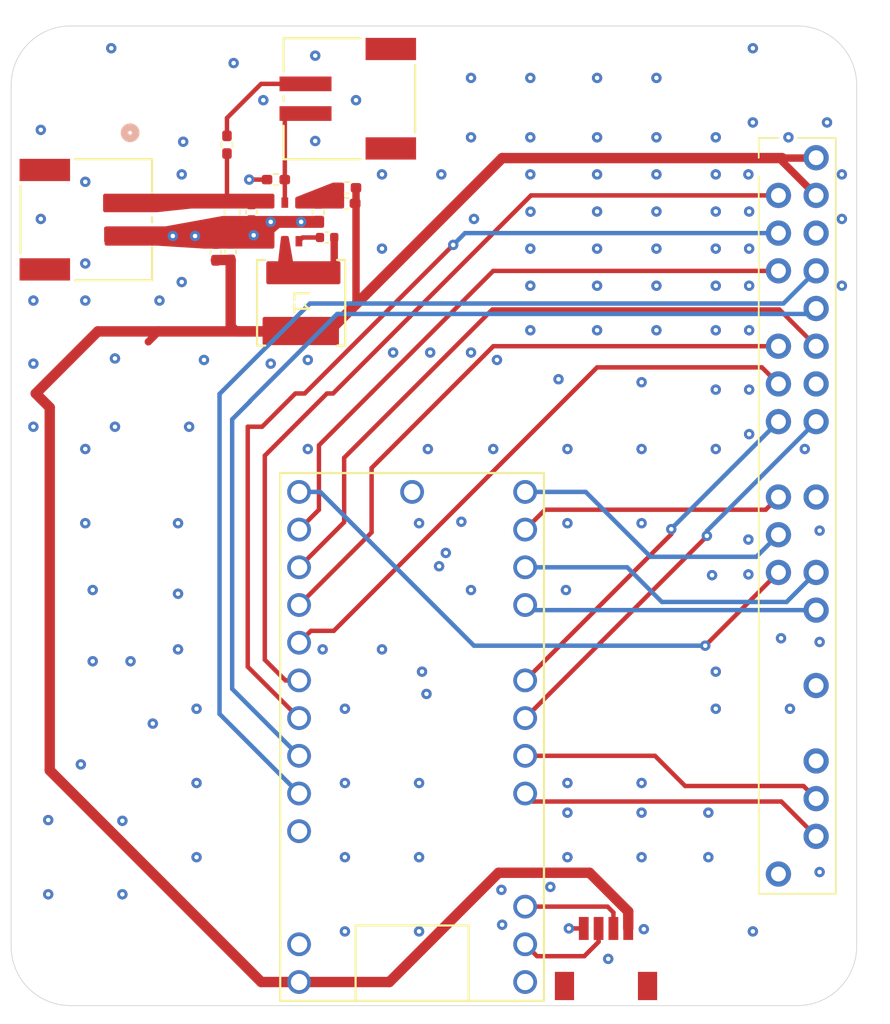
<source format=kicad_pcb>
(kicad_pcb (version 20240108) (generator "pcbnew") (generator_version "8.0")
  (layers (0 "F.Cu" signal) (1 "In1.Cu" power) (2 "In2.Cu" power) (31 "B.Cu" signal) (34 "B.Paste" user) (35 "F.Paste" user) (36 "B.SilkS" user "B.Silkscreen") (37 "F.SilkS" user "F.Silkscreen") (38 "B.Mask" user) (39 "F.Mask" user) (44 "Edge.Cuts" user))
  (net 0 "")
  (net 1 "/BUSY")
  (net 2 "/RAD_PWR")
  (net 3 "/MOD_6_MULT")
  (net 4 "/GPS_STBY")
  (net 5 "/MOD_8_MULT")
  (net 6 "VBUS")
  (net 7 "GND")
  (net 8 "/DC-DC-Out")
  (net 9 "Net-(U2-BST)")
  (net 10 "+5V")
  (net 11 "/MOSI")
  (net 12 "/CS1")
  (net 13 "/CS0")
  (net 14 "/MISO")
  (net 15 "/SCK")
  (net 16 "/RX")
  (net 17 "/DIO1")
  (net 18 "/SDA")
  (net 19 "/MOD_RST")
  (net 20 "/SCL")
  (net 22 "/TX")
  (net 23 "/LO_RST")
  (net 24 "/RX_ALT")
  (net 25 "/TX_ALT")
  (net 30 "/Enable")
  (net 31 "Net-(On/Off/switch1-Pad2)")
  (net 32 "/FB")
  (footprint "Resistor_SMD:R_0402_1005Metric_Pad0.72x0.64mm_HandSolder" (layer "F.Cu") (at 70.55 54 -90)
    (property "Reference" "R2" (hide yes))
    (property "Value" "100k" (hide yes))
  )
  (footprint "TF:MountingHole_3mm_rec" (layer "F.Cu") (at 60 50)
    (property "Reference" "H1" (hide yes))
    (property "Value" "MountingHole" (hide yes))
  )
  (footprint "TF:MountingHole_4mm_t4" (layer "F.Cu") (at 66 50)
    (property "Reference" "H5" (hide yes))
    (property "Value" "MountingHole" (hide yes))
  )
  (footprint "TF:MountingHole_3mm_rec" (layer "F.Cu") (at 109 108)
    (property "Reference" "H4" (hide yes))
    (property "Value" "MountingHole" (hide yes))
  )
  (footprint "Capacitor_SMD:C_0603_1608Metric" (layer "F.Cu") (at 70.9 58.55 -90)
    (property "Reference" "C1" (hide yes))
    (property "Value" "10u" (hide yes))
  )
  (footprint "Capacitor_SMD:C_0402_1005Metric_Pad0.74x0.62mm_HandSolder" (layer "F.Cu") (at 69.8 61.2175 90)
    (property "Reference" "C5" (hide yes))
    (property "Value" "22u" (hide yes))
  )
  (footprint "footprints:SOIC_05WU-7_DIO-L_mod" (layer "F.Cu") (at 74.450001 59.2 -90)
    (property "Reference" "U2" (hide yes))
    (property "Value" "AP63300WU-7_mod" (hide yes))
  )
  (footprint "TF:MountingHole_4mm_t4" (layer "F.Cu") (at 66 108)
    (property "Reference" "H7" (hide yes))
    (property "Value" "MountingHole" (hide yes))
  )
  (footprint "Capacitor_SMD:C_0402_1005Metric" (layer "F.Cu") (at 77.3 60.25)
    (property "Reference" "C3" (hide yes))
    (property "Value" "100n" (hide yes))
  )
  (footprint "JST PH 2pin:CONN_S2B-PH-SM4-TB_JST_no_circle" (layer "F.Cu") (at 78.8 50.9 90)
    (property "Reference" "On/Off/switch1" (hide yes))
    (property "Value" "S2B-PH-SM4-TB" (hide yes))
  )
  (footprint "Resistor_SMD:R_0402_1005Metric" (layer "F.Cu") (at 76.7 58.55 -90)
    (property "Reference" "R4" (hide yes))
    (property "Value" "31.1k" (hide yes))
  )
  (footprint "Bourns_induct:IND_SRP5050FA-5R6M_BRN_mod" (layer "F.Cu") (at 75.55 64.65 -90)
    (property "Reference" "L1")
    (property "Value" "6.8uH")
  )
  (footprint "Resistor_SMD:R_0402_1005Metric_Pad0.72x0.64mm_HandSolder" (layer "F.Cu") (at 78.65 56.9)
    (property "Reference" "R3" (hide yes))
    (property "Value" "162k" (hide yes))
  )
  (footprint "TF:MountingHole_3mm_rec" (layer "F.Cu") (at 109 50)
    (property "Reference" "H2" (hide yes))
    (property "Value" "MountingHole" (hide yes))
  )
  (footprint "JST SH 4pin:CONN_SM04B-SRSS-TB_JST" (layer "F.Cu") (at 96.1 108.9 180)
    (property "Reference" "J2" (hide yes))
    (property "Value" "SM04B-SRSS-TB" (hide yes))
  )
  (footprint "TF:MountingHole_3mm_rec" (layer "F.Cu") (at 60 108)
    (property "Reference" "H3" (hide yes))
    (property "Value" "MountingHole" (hide yes))
  )
  (footprint "Capacitor_SMD:C_0402_1005Metric_Pad0.74x0.62mm_HandSolder" (layer "F.Cu") (at 70.8 61.2 90)
    (property "Reference" "C4" (hide yes))
    (property "Value" "22u" (hide yes))
  )
  (footprint "Capacitor_SMD:C_0402_1005Metric" (layer "F.Cu") (at 72.2 58.55 -90)
    (property "Reference" "C2" (hide yes))
    (property "Value" "100n" (hide yes))
  )
  (footprint "TF:MountingHole_4mm_t4" (layer "F.Cu") (at 103 108)
    (property "Reference" "H8" (hide yes))
    (property "Value" "MountingHole" (hide yes))
  )
  (footprint "Capacitor_SMD:C_0402_1005Metric_Pad0.74x0.62mm_HandSolder" (layer "F.Cu") (at 78.6175 57.95)
    (property "Reference" "C6" (hide yes))
    (property "Value" "47p" (hide yes))
  )
  (footprint "Resistor_SMD:R_0402_1005Metric_Pad0.72x0.64mm_HandSolder" (layer "F.Cu") (at 73.8475 56.35 180)
    (property "Reference" "R1" (hide yes))
    (property "Value" "100k" (hide yes))
  )
  (footprint "teensy:Teensy40_receiver" (layer "F.Cu") (at 83.03 93.9 90)
    (property "Reference" "U1" (hide yes))
    (property "Value" "Teensy4.0" (hide yes))
  )
  (footprint "JST PH 2pin:CONN_S2B-PH-SM4-TB_JST" (layer "F.Cu") (at 61.065701 59.05 -90)
    (property "Reference" "J3" (hide yes))
    (property "Value" "S2B-PH-SM4-TB" (hide yes))
  )
  (footprint "TF:MountingHole_4mm_t4" (layer "F.Cu") (at 103 50)
    (property "Reference" "H6" (hide yes))
    (property "Value" "MountingHole" (hide yes))
  )
  (footprint "TF:PinHeader_2x20_P2.54mm_Vertical_receiver" (layer "F.Cu") (at 107.725 54.875)
    (property "Reference" "J1" (hide yes))
    (property "Value" "Raspberry_Pi_4" (hide yes))
  )
  (gr_line (start 60 46) (end 109 46) (stroke (width 0.05)) (layer "Edge.Cuts"))
  (gr_arc (start 109 46) (mid 111.828427 47.171573) (end 113 50) (stroke (width 0.05)) (layer "Edge.Cuts"))
  (gr_line (start 56 108) (end 56 50) (stroke (width 0.05)) (layer "Edge.Cuts"))
  (gr_arc (start 60 112) (mid 57.171573 110.828427) (end 56 108) (stroke (width 0.05)) (layer "Edge.Cuts"))
  (gr_arc (start 113 108) (mid 111.828427 110.828427) (end 109 112) (stroke (width 0.05)) (layer "Edge.Cuts"))
  (gr_line (start 109 112) (end 60 112) (stroke (width 0.05)) (layer "Edge.Cuts"))
  (gr_line (start 113 50) (end 113 108) (stroke (width 0.05)) (layer "Edge.Cuts"))
  (gr_arc (start 56 50) (mid 57.171573 47.171573) (end 60 46) (stroke (width 0.05)) (layer "Edge.Cuts"))
  (segment (start 107.72 62.5) (end 107.725 62.495) (width 0.3) (layer "F.Cu") (net 1))
  (segment (start 88.5 62.5) (end 107.72 62.5) (width 0.3) (layer "F.Cu") (net 1))
  (segment (start 75.41 79.93) (end 76.75 78.59) (width 0.3) (layer "F.Cu") (net 1))
  (segment (start 76.75 74.25) (end 80.3 70.7) (width 0.3) (layer "F.Cu") (net 1))
  (segment (start 80.24 70.76) (end 88.5 62.5) (width 0.3) (layer "F.Cu") (net 1))
  (segment (start 76.75 78.59) (end 76.75 74.25) (width 0.3) (layer "F.Cu") (net 1))
  (segment (start 88.44 65.1) (end 107.79 65.1) (width 0.3) (layer "F.Cu") (net 2))
  (segment (start 78.45 75.09) (end 88.44 65.1) (width 0.3) (layer "F.Cu") (net 2))
  (segment (start 78.45 79.43) (end 78.45 75.09) (width 0.3) (layer "F.Cu") (net 2))
  (segment (start 107.79 65.1) (end 110.265 67.575) (width 0.3) (layer "F.Cu") (net 2))
  (segment (start 75.41 82.47) (end 78.45 79.43) (width 0.3) (layer "F.Cu") (net 2))
  (segment (start 110.26 100.6) (end 110.265 100.595) (width 0.3) (layer "F.Cu") (net 3))
  (segment (start 107.92 98.25) (end 91.19 98.25) (width 0.3) (layer "F.Cu") (net 3))
  (segment (start 91.19 98.25) (end 90.65 97.71) (width 0.3) (layer "F.Cu") (net 3))
  (segment (start 110.265 100.595) (end 107.92 98.25) (width 0.3) (layer "F.Cu") (net 3))
  (segment (start 107.725 70.115) (end 106.61 69) (width 0.3) (layer "F.Cu") (net 4))
  (segment (start 76.209999 86.750001) (end 75.41 87.55) (width 0.3) (layer "F.Cu") (net 4))
  (segment (start 95.5 69) (end 77.749999 86.750001) (width 0.3) (layer "F.Cu") (net 4))
  (segment (start 106.61 69) (end 95.5 69) (width 0.3) (layer "F.Cu") (net 4))
  (segment (start 77.749999 86.750001) (end 76.209999 86.750001) (width 0.3) (layer "F.Cu") (net 4))
  (segment (start 90.65 95.17) (end 99.40137 95.17) (width 0.3) (layer "F.Cu") (net 5))
  (segment (start 110.22 98.1) (end 110.265 98.055) (width 0.3) (layer "F.Cu") (net 5))
  (segment (start 101.43637 97.205) (end 109.415 97.205) (width 0.3) (layer "F.Cu") (net 5))
  (segment (start 109.415 97.205) (end 110.265 98.055) (width 0.3) (layer "F.Cu") (net 5))
  (segment (start 99.40137 95.17) (end 101.43637 97.205) (width 0.3) (layer "F.Cu") (net 5))
  (segment (start 70.55 58.07) (end 70.55 54.5975) (width 0.3) (layer "F.Cu") (net 6))
  (segment (start 73.1025 56.35) (end 72.05 56.35) (width 0.3) (layer "F.Cu") (net 7))
  (segment (start 93.6 106.8) (end 94.5985 106.8) (width 0.3) (layer "F.Cu") (net 7))
  (segment (start 94.5985 106.8) (end 94.6 106.8015) (width 0.3) (layer "F.Cu") (net 7))
  (via (at 58 53) (size 0.7) (drill 0.3) (layers "F.Cu" "B.Cu") (net 7))
  (via (at 103.5 92) (size 0.7) (drill 0.3) (layers "F.Cu" "B.Cu") (net 7))
  (via (at 88.75 68.5) (size 0.7) (drill 0.3) (layers "F.Cu" "B.Cu") (net 7))
  (via (at 91 66.5) (size 0.7) (drill 0.3) (layers "F.Cu" "B.Cu") (net 7))
  (via (at 61 56.5) (size 0.7) (drill 0.3) (layers "F.Cu" "B.Cu") (net 7))
  (via (at 105.7 82.95) (size 0.7) (drill 0.3) (layers "F.Cu" "B.Cu") (net 7))
  (via (at 98.65 106.85) (size 0.7) (drill 0.3) (layers "F.Cu" "B.Cu") (net 7))
  (via (at 99.5 63.5) (size 0.7) (drill 0.3) (layers "F.Cu" "B.Cu") (net 7))
  (via (at 57.5 68.75) (size 0.7) (drill 0.3) (layers "F.Cu" "B.Cu") (net 7))
  (via (at 83.5 79.5) (size 0.7) (drill 0.3) (layers "F.Cu" "B.Cu") (net 7))
  (via (at 57.5 73) (size 0.7) (drill 0.3) (layers "F.Cu" "B.Cu") (net 7))
  (via (at 60.7 95.75) (size 0.7) (drill 0.3) (layers "F.Cu" "B.Cu") (net 7))
  (via (at 105.7 80.6) (size 0.7) (drill 0.3) (layers "F.Cu" "B.Cu") (net 7))
  (via (at 92.9 69.8) (size 0.7) (drill 0.3) (layers "F.Cu" "B.Cu") (net 7))
  (via (at 67.6 53.8) (size 0.7) (drill 0.3) (layers "F.Cu" "B.Cu") (net 7))
  (via (at 71 48.5) (size 0.7) (drill 0.3) (layers "F.Cu" "B.Cu") (net 7))
  (via (at 112 56) (size 0.7) (drill 0.3) (layers "F.Cu" "B.Cu") (net 7))
  (via (at 61 79.5) (size 0.7) (drill 0.3) (layers "F.Cu" "B.Cu") (net 7))
  (via (at 69 68.5) (size 0.7) (drill 0.3) (layers "F.Cu" "B.Cu") (net 7))
  (via (at 99.5 53.5) (size 0.7) (drill 0.3) (layers "F.Cu" "B.Cu") (net 7))
  (via (at 103.5 58.5) (size 0.7) (drill 0.3) (layers "F.Cu" "B.Cu") (net 7))
  (via (at 61.5 88.8) (size 0.7) (drill 0.3) (layers "F.Cu" "B.Cu") (net 7))
  (via (at 63 68.4) (size 0.7) (drill 0.3) (layers "F.Cu" "B.Cu") (net 7))
  (via (at 61 62) (size 0.7) (drill 0.3) (layers "F.Cu" "B.Cu") (net 7))
  (via (at 76.5 48) (size 0.7) (drill 0.3) (layers "F.Cu" "B.Cu") (net 7))
  (via (at 105.75 63.5) (size 0.7) (drill 0.3) (layers "F.Cu" "B.Cu") (net 7))
  (via (at 93.4 84) (size 0.7) (drill 0.3) (layers "F.Cu" "B.Cu") (net 7))
  (via (at 63.5 99.55) (size 0.7) (drill 0.3) (layers "F.Cu" "B.Cu") (net 7))
  (via (at 67.25 84.25) (size 0.7) (drill 0.3) (layers "F.Cu" "B.Cu") (net 7))
  (via (at 105.7 56) (size 0.7) (drill 0.3) (layers "F.Cu" "B.Cu") (net 7))
  (via (at 109.5 74.5) (size 0.7) (drill 0.3) (layers "F.Cu" "B.Cu") (net 7))
  (via (at 83.5 97) (size 0.7) (drill 0.3) (layers "F.Cu" "B.Cu") (net 7))
  (via (at 87 84) (size 0.7) (drill 0.3) (layers "F.Cu" "B.Cu") (net 7))
  (via (at 95.5 58.5) (size 0.7) (drill 0.3) (layers "F.Cu" "B.Cu") (net 7))
  (via (at 67.25 88) (size 0.7) (drill 0.3) (layers "F.Cu" "B.Cu") (net 7))
  (via (at 73.5 59.2) (size 0.7) (drill 0.3) (layers "F.Cu" "B.Cu") (net 7))
  (via (at 95.5 49.5) (size 0.7) (drill 0.3) (layers "F.Cu" "B.Cu") (net 7))
  (via (at 103.5 70.5) (size 0.7) (drill 0.3) (layers "F.Cu" "B.Cu") (net 7))
  (via (at 103.5 61) (size 0.7) (drill 0.3) (layers "F.Cu" "B.Cu") (net 7))
  (via (at 98.5 99) (size 0.7) (drill 0.3) (layers "F.Cu" "B.Cu") (net 7))
  (via (at 103.5 53.5) (size 0.7) (drill 0.3) (layers "F.Cu" "B.Cu") (net 7))
  (via (at 85 56) (size 0.7) (drill 0.3) (layers "F.Cu" "B.Cu") (net 7))
  (via (at 91 61) (size 0.7) (drill 0.3) (layers "F.Cu" "B.Cu") (net 7))
  (via (at 84.25 68) (size 0.7) (drill 0.3) (layers "F.Cu" "B.Cu") (net 7))
  (via (at 105.75 70.5) (size 0.7) (drill 0.3) (layers "F.Cu" "B.Cu") (net 7))
  (via (at 68.4 60.15) (size 0.7) (drill 0.3) (layers "F.Cu" "B.Cu") (net 7))
  (via (at 83.7 89.5) (size 0.7) (drill 0.3) (layers "F.Cu" "B.Cu") (net 7))
  (via (at 84.85 82.4) (size 0.7) (drill 0.3) (layers "F.Cu" "B.Cu") (net 7))
  (via (at 58.5 99.5) (size 0.7) (drill 0.3) (layers "F.Cu" "B.Cu") (net 7))
  (via (at 112 63.5) (size 0.7) (drill 0.3) (layers "F.Cu" "B.Cu") (net 7))
  (via (at 103 99) (size 0.7) (drill 0.3) (layers "F.Cu" "B.Cu") (net 7))
  (via (at 91 56) (size 0.7) (drill 0.3) (layers "F.Cu" "B.Cu") (net 7))
  (via (at 66 64.5) (size 0.7) (drill 0.3) (layers "F.Cu" "B.Cu") (net 7))
  (via (at 99.5 49.5) (size 0.7) (drill 0.3) (layers "F.Cu" "B.Cu") (net 7))
  (via (at 91 49.5) (size 0.7) (drill 0.3) (layers "F.Cu" "B.Cu") (net 7))
  (via (at 93.6 106.8) (size 0.7) (drill 0.3) (layers "F.Cu" "B.Cu") (net 7))
  (via (at 103.25 83) (size 0.7) (drill 0.3) (layers "F.Cu" "B.Cu") (net 7))
  (via (at 103.5 56) (size 0.7) (drill 0.3) (layers "F.Cu" "B.Cu") (net 7))
  (via (at 67.25 79.5) (size 0.7) (drill 0.3) (layers "F.Cu" "B.Cu") (net 7))
  (via (at 72.05 56.35) (size 0.7) (drill 0.3) (layers "F.Cu" "B.Cu") (net 7))
  (via (at 108.5 92) (size 0.7) (drill 0.3) (layers "F.Cu" "B.Cu") (net 7))
  (via (at 64.05 88.8) (size 0.7) (drill 0.3) (layers "F.Cu" "B.Cu") (net 7))
  (via (at 83.5 107) (size 0.7) (drill 0.3) (layers "F.Cu" "B.Cu") (net 7))
  (via (at 91.010331 58.510331) (size 0.7) (drill 0.3) (layers "F.Cu" "B.Cu") (net 7))
  (via (at 103.5 66.5) (size 0.7) (drill 0.3) (layers "F.Cu" "B.Cu") (net 7))
  (via (at 95.5 61) (size 0.7) (drill 0.3) (layers "F.Cu" "B.Cu") (net 7))
  (via (at 110.5 80) (size 0.7) (drill 0.3) (layers "F.Cu" "B.Cu") (net 7))
  (via (at 93.5 102) (size 0.7) (drill 0.3) (layers "F.Cu" "B.Cu") (net 7))
  (via (at 99.5 61) (size 0.7) (drill 0.3) (layers "F.Cu" "B.Cu") (net 7))
  (via (at 67.5 63.25) (size 0.7) (drill 0.3) (layers "F.Cu" "B.Cu") (net 7))
  (via (at 87.2 59) (size 0.7) (drill 0.3) (layers "F.Cu" "B.Cu") (net 7))
  (via (at 62.75 47.5) (size 0.7) (drill 0.3) (layers "F.Cu" "B.Cu") (net 7))
  (via (at 95.5 66.5) (size 0.7) (drill 0.3) (layers "F.Cu" "B.Cu") (net 7))
  (via (at 107.9 87.25) (size 0.7) (drill 0.3) (layers "F.Cu" "B.Cu") (net 7))
  (via (at 84.091563 74.502696) (size 0.7) (drill 0.3) (layers "F.Cu" "B.Cu") (net 7))
  (via (at 73 51) (size 0.7) (drill 0.3) (layers "F.Cu" "B.Cu") (net 7))
  (via (at 84 91) (size 0.7) (drill 0.3) (layers "F.Cu" "B.Cu") (net 7))
  (via (at 61 64.5) (size 0.7) (drill 0.3) (layers "F.Cu" "B.Cu") (net 7))
  (via (at 93.5 99) (size 0.7) (drill 0.3) (layers "F.Cu" "B.Cu") (net 7))
  (via (at 105.75 58.5) (size 0.7) (drill 0.3) (layers "F.Cu" "B.Cu") (net 7))
  (via (at 61.5 84) (size 0.7) (drill 0.3) (layers "F.Cu" "B.Cu") (net 7))
  (via (at 81.75 68) (size 0.7) (drill 0.3) (layers "F.Cu" "B.Cu") (net 7))
  (via (at 105.75 66.5) (size 0.7) (drill 0.3) (layers "F.Cu" "B.Cu") (net 7))
  (via (at 86.35 79.4) (size 0.7) (drill 0.3) (layers "F.Cu" "B.Cu") (net 7))
  (via (at 87 68) (size 0.7) (drill 0.3) (layers "F.Cu" "B.Cu") (net 7))
  (via (at 57.5 64.5) (size 0.7) (drill 0.3) (layers "F.Cu" "B.Cu") (net 7))
  (via (at 87 49.5) (size 0.7) (drill 0.3) (layers "F.Cu" "B.Cu") (net 7))
  (via (at 68.5 92) (size 0.7) (drill 0.3) (layers "F.Cu" "B.Cu") (net 7))
  (via (at 103 102) (size 0.7) (drill 0.3) (layers "F.Cu" "B.Cu") (net 7))
  (via (at 98.5 74.5) (size 0.7) (drill 0.3) (layers "F.Cu" "B.Cu") (net 7))
  (via (at 88.5 74.5) (size 0.7) (drill 0.3) (layers "F.Cu" "B.Cu") (net 7))
  (via (at 99.5 66.5) (size 0.7) (drill 0.3) (layers "F.Cu" "B.Cu") (net 7))
  (via (at 98.5 79.5) (size 0.7) (drill 0.3) (layers "F.Cu" "B.Cu") (net 7))
  (via (at 95.5 53.5) (size 0.7) (drill 0.3) (layers "F.Cu" "B.Cu") (net 7))
  (via (at 75.55 59.2) (size 0.7) (drill 0.3) (layers "F.Cu" "B.Cu") (net 7))
  (via (at 63.5 104.5) (size 0.7) (drill 0.3) (layers "F.Cu" "B.Cu") (net 7))
  (via (at 93.5 97) (size 0.7) (drill 0.3) (layers "F.Cu" "B.Cu") (net 7))
  (via (at 61 74.5) (size 0.7) (drill 0.3) (layers "F.Cu" "B.Cu") (net 7))
  (via (at 91 53.5) (size 0.7) (drill 0.3) (layers "F.Cu" "B.Cu") (net 7))
  (via (at 68.5 97) (size 0.7) (drill 0.3) (layers "F.Cu" "B.Cu") (net 7))
  (via (at 105.75 61) (size 0.7) (drill 0.3) (layers "F.Cu" "B.Cu") (net 7))
  (via (at 85.3 81.5) (size 0.7) (drill 0.3) (layers "F.Cu" "B.Cu") (net 7))
  (via (at 58 59) (size 0.7) (drill 0.3) (layers "F.Cu" "B.Cu") (net 7))
  (via (at 95.5 56) (size 0.7) (drill 0.3) (layers "F.Cu" "B.Cu") (net 7))
  (via (at 111 52.5) (size 0.7) (drill 0.3) (layers "F.Cu" "B.Cu") (net 7))
  (via (at 106 47.5) (size 0.7) (drill 0.3) (layers "F.Cu" "B.Cu") (net 7))
  (via (at 66.9 60.15) (size 0.7) (drill 0.3) (layers "F.Cu" "B.Cu") (net 7))
  (via (at 93.5 74.5) (size 0.7) (drill 0.3) (layers "F.Cu" "B.Cu") (net 7))
  (via (at 65.55 93) (size 0.7) (drill 0.3) (layers "F.Cu" "B.Cu") (net 7))
  (via (at 98.5 70) (size 0.7) (drill 0.3) (layers "F.Cu" "B.Cu") (net 7))
  (via (at 76 68.5) (size 0.7) (drill 0.3) (layers "F.Cu" "B.Cu") (net 7))
  (via (at 106 107) (size 0.7) (drill 0.3) (layers "F.Cu" "B.Cu") (net 7))
  (via (at 81 88) (size 0.7) (drill 0.3) (layers "F.Cu" "B.Cu") (net 7))
  (via (at 81 61) (size 0.7) (drill 0.3) (layers "F.Cu" "B.Cu") (net 7))
  (via (at 110.5 103) (size 0.7) (drill 0.3) (layers "F.Cu" "B.Cu") (net 7))
  (via (at 68.5 102) (size 0.7) (drill 0.3) (layers "F.Cu" "B.Cu") (net 7))
  (via (at 103.5 89.5) (size 0.7) (drill 0.3) (layers "F.Cu" "B.Cu") (net 7))
  (via (at 78.5 92) (size 0.7) (drill 0.3) (layers "F.Cu" "B.Cu") (net 7))
  (via (at 112 59) (size 0.7) (drill 0.3) (layers "F.Cu" "B.Cu") (net 7))
  (via (at 76.5 53.75) (size 0.7) (drill 0.3) (layers "F.Cu" "B.Cu") (net 7))
  (via (at 63 73) (size 0.7) (drill 0.3) (layers "F.Cu" "B.Cu") (net 7))
  (via (at 105.75 73.5) (size 0.7) (drill 0.3) (layers "F.Cu" "B.Cu") (net 7))
  (via (at 58.5 104.5) (size 0.7) (drill 0.3) (layers "F.Cu" "B.Cu") (net 7))
  (via (at 78.5 97) (size 0.7) (drill 0.3) (layers "F.Cu" "B.Cu") (net 7))
  (via (at 89.05 104.2) (size 0.7) (drill 0.3) (layers "F.Cu" "B.Cu") (net 7))
  (via (at 99.5 58.5) (size 0.7) (drill 0.3) (layers "F.Cu" "B.Cu") (net 7))
  (via (at 91 63.5) (size 0.7) (drill 0.3) (layers "F.Cu" "B.Cu") (net 7))
  (via (at 99.5 56) (size 0.7) (drill 0.3) (layers "F.Cu" "B.Cu") (net 7))
  (via (at 106 52.5) (size 0.7) (drill 0.3) (layers "F.Cu" "B.Cu") (net 7))
  (via (at 72.35 60.1) (size 0.7) (drill 0.3) (layers "F.Cu" "B.Cu") (net 7))
  (via (at 98.5 97) (size 0.7) (drill 0.3) (layers "F.Cu" "B.Cu") (net 7))
  (via (at 67.5 56) (size 0.7) (drill 0.3) (layers "F.Cu" "B.Cu") (net 7))
  (via (at 78.5 102) (size 0.7) (drill 0.3) (layers "F.Cu" "B.Cu") (net 7))
  (via (at 98.5 102) (size 0.7) (drill 0.3) (layers "F.Cu" "B.Cu") (net 7))
  (via (at 79.25 51) (size 0.7) (drill 0.3) (layers "F.Cu" "B.Cu") (net 7))
  (via (at 103.5 63.5) (size 0.7) (drill 0.3) (layers "F.Cu" "B.Cu") (net 7))
  (via (at 95.5 63.5) (size 0.7) (drill 0.3) (layers "F.Cu" "B.Cu") (net 7))
  (via (at 68 73) (size 0.7) (drill 0.3) (layers "F.Cu" "B.Cu") (net 7))
  (via (at 103.5 74.5) (size 0.7) (drill 0.3) (layers "F.Cu" "B.Cu") (net 7))
  (via (at 92.35 104) (size 0.7) (drill 0.3) (layers "F.Cu" "B.Cu") (net 7))
  (via (at 83.5 102) (size 0.7) (drill 0.3) (layers "F.Cu" "B.Cu") (net 7))
  (via (at 81 56) (size 0.7) (drill 0.3) (layers "F.Cu" "B.Cu") (net 7))
  (via (at 96.25 108.85) (size 0.7) (drill 0.3) (layers "F.Cu" "B.Cu") (net 7))
  (via (at 76 74.5) (size 0.7) (drill 0.3) (layers "F.Cu" "B.Cu") (net 7))
  (via (at 77 88) (size 0.7) (drill 0.3) (layers "F.Cu" "B.Cu") (net 7))
  (via (at 87 53.5) (size 0.7) (drill 0.3) (layers "F.Cu" "B.Cu") (net 7))
  (via (at 78.5 107) (size 0.7) (drill 0.3) (layers "F.Cu" "B.Cu") (net 7))
  (via (at 73.5 68.75) (size 0.7) (drill 0.3) (layers "F.Cu" "B.Cu") (net 7))
  (via (at 108.4 53.5) (size 0.7) (drill 0.3) (layers "F.Cu" "B.Cu") (net 7))
  (via (at 93.5 79.5) (size 0.7) (drill 0.3) (layers "F.Cu" "B.Cu") (net 7))
  (via (at 89.1 106.55) (size 0.7) (drill 0.3) (layers "F.Cu" "B.Cu") (net 7))
  (via (at 110.5 87.5) (size 0.7) (drill 0.3) (layers "F.Cu" "B.Cu") (net 7))
  (segment (start 77.78 62.27) (end 77.3 62.75) (width 0.5) (layer "F.Cu") (net 8))
  (segment (start 77.78 60.25) (end 77.78 62.27) (width 0.5) (layer "F.Cu") (net 8))
  (segment (start 75.650002 60.25) (end 75.400002 60.5) (width 0.3) (layer "F.Cu") (net 9))
  (segment (start 76.82 60.25) (end 75.650002 60.25) (width 0.3) (layer "F.Cu") (net 9))
  (segment (start 110.24 54.9) (end 108.025 54.9) (width 0.5) (layer "F.Cu") (net 10))
  (segment (start 97.6 105.656497) (end 97.6 106.8015) (width 0.7) (layer "F.Cu") (net 10))
  (segment (start 65.95 66.577301) (end 75.55 66.577301) (width 0.7) (layer "F.Cu") (net 10))
  (segment (start 88.856497 103.05) (end 94.993503 103.05) (width 0.7) (layer "F.Cu") (net 10))
  (segment (start 79.25 64.6) (end 79.325 64.675) (width 0.5) (layer "F.Cu") (net 10))
  (segment (start 110.265 57.415) (end 108 55.15) (width 0.5) (layer "F.Cu") (net 10))
  (segment (start 89.1 54.9) (end 79.575 64.425) (width 0.7) (layer "F.Cu") (net 10))
  (segment (start 110.265 54.875) (end 110.24 54.9) (width 0.5) (layer "F.Cu") (net 10))
  (segment (start 77.422699 66.577301) (end 75.55 66.577301) (width 0.7) (layer "F.Cu") (net 10))
  (segment (start 94.993503 103.05) (end 97.6 105.656497) (width 0.7) (layer "F.Cu") (net 10))
  (segment (start 108 54.925) (end 107.975 54.9) (width 0.5) (layer "F.Cu") (net 10))
  (segment (start 70.8 61.7675) (end 69.8175 61.7675) (width 0.7) (layer "F.Cu") (net 10))
  (segment (start 65.25 67.277301) (end 65.95 66.577301) (width 0.5) (layer "F.Cu") (net 10))
  (segment (start 69.8175 61.7675) (end 69.8 61.785) (width 0.7) (layer "F.Cu") (net 10))
  (segment (start 79.575 64.425) (end 77.422699 66.577301) (width 0.7) (layer "F.Cu") (net 10))
  (segment (start 79.2475 56.9) (end 79.25 56.9025) (width 0.5) (layer "F.Cu") (net 10))
  (segment (start 61.842699 66.577301) (end 57.66 70.76) (width 0.7) (layer "F.Cu") (net 10))
  (segment (start 108 55.15) (end 108 54.925) (width 0.5) (layer "F.Cu") (net 10))
  (segment (start 65.95 66.577301) (end 61.842699 66.577301) (width 0.7) (layer "F.Cu") (net 10))
  (segment (start 70.8 66.25) (end 70.8 61.7675) (width 0.7) (layer "F.Cu") (net 10))
  (segment (start 75.55 66.577301) (end 71.127301 66.577301) (width 0.7) (layer "F.Cu") (net 10))
  (segment (start 58.603503 71.703503) (end 58.603503 96.153503) (width 0.7) (layer "F.Cu") (net 10))
  (segment (start 75.41 110.41) (end 81.496497 110.41) (width 0.7) (layer "F.Cu") (net 10))
  (segment (start 58.603503 96.153503) (end 72.86 110.41) (width 0.7) (layer "F.Cu") (net 10))
  (segment (start 71.127301 66.577301) (end 70.8 66.25) (width 0.7) (layer "F.Cu") (net 10))
  (segment (start 81.496497 110.41) (end 88.856497 103.05) (width 0.7) (layer "F.Cu") (net 10))
  (segment (start 79.25 56.9025) (end 79.25 64.6) (width 0.5) (layer "F.Cu") (net 10))
  (segment (start 107.975 54.9) (end 89.1 54.9) (width 0.7) (layer "F.Cu") (net 10))
  (segment (start 72.86 110.41) (end 75.41 110.41) (width 0.7) (layer "F.Cu") (net 10))
  (segment (start 57.66 70.76) (end 58.603503 71.703503) (width 0.7) (layer "F.Cu") (net 10))
  (segment (start 106.87 78.59) (end 91.99 78.59) (width 0.3) (layer "F.Cu") (net 11))
  (segment (start 107.015 77.735) (end 107.725 77.735) (width 0.3) (layer "F.Cu") (net 11))
  (segment (start 91.99 78.59) (end 90.65 79.93) (width 0.3) (layer "F.Cu") (net 11))
  (segment (start 107.725 77.735) (end 106.87 78.59) (width 0.3) (layer "F.Cu") (net 11))
  (segment (start 90.89 85.25) (end 90.65 85.01) (width 0.3) (layer "F.Cu") (net 12))
  (segment (start 110.265 85.355) (end 110.16 85.25) (width 0.3) (layer "F.Cu") (net 12))
  (segment (start 90.995 85.355) (end 90.65 85.01) (width 0.3) (layer "B.Cu") (net 12))
  (segment (start 110.265 85.355) (end 90.995 85.355) (width 0.3) (layer "B.Cu") (net 12))
  (segment (start 108.275 84.805) (end 99.865661 84.805) (width 0.3) (layer "B.Cu") (net 13))
  (segment (start 99.865661 84.805) (end 97.530661 82.47) (width 0.3) (layer "B.Cu") (net 13))
  (segment (start 110.265 82.815) (end 108.275 84.805) (width 0.3) (layer "B.Cu") (net 13))
  (segment (start 97.530661 82.47) (end 90.65 82.47) (width 0.3) (layer "B.Cu") (net 13))
  (segment (start 106.238884 81.761116) (end 107.725 80.275) (width 0.3) (layer "B.Cu") (net 14))
  (segment (start 94.732182 77.39) (end 99.103298 81.761116) (width 0.3) (layer "B.Cu") (net 14))
  (segment (start 99.103298 81.761116) (end 106.238884 81.761116) (width 0.3) (layer "B.Cu") (net 14))
  (segment (start 90.65 77.39) (end 94.732182 77.39) (width 0.3) (layer "B.Cu") (net 14))
  (segment (start 107.725 82.815) (end 102.79 87.75) (width 0.3) (layer "F.Cu") (net 15))
  (via (at 102.79 87.75) (size 0.7) (drill 0.3) (layers "F.Cu" "B.Cu") (net 15))
  (segment (start 87.2 87.75) (end 76.84 77.39) (width 0.3) (layer "B.Cu") (net 15))
  (segment (start 76.84 77.39) (end 75.41 77.39) (width 0.3) (layer "B.Cu") (net 15))
  (segment (start 102.79 87.75) (end 87.2 87.75) (width 0.3) (layer "B.Cu") (net 15))
  (segment (start 108.06 64.7) (end 76.14 64.7) (width 0.3) (layer "B.Cu") (net 16))
  (segment (start 110.265 62.495) (end 108.06 64.7) (width 0.3) (layer "B.Cu") (net 16))
  (segment (start 76.14 64.7) (end 70.05 70.79) (width 0.3) (layer "B.Cu") (net 16))
  (segment (start 70.05 92.35) (end 75.41 97.71) (width 0.3) (layer "B.Cu") (net 16))
  (segment (start 70.05 70.79) (end 70.05 92.35) (width 0.3) (layer "B.Cu") (net 16))
  (segment (start 107.725 67.575) (end 88.505 67.575) (width 0.3) (layer "F.Cu") (net 17))
  (segment (start 80.3 80.12) (end 75.41 85.01) (width 0.3) (layer "F.Cu") (net 17))
  (segment (start 80.3 75.78) (end 80.3 80.12) (width 0.3) (layer "F.Cu") (net 17))
  (segment (start 88.505 67.575) (end 80.3 75.78) (width 0.3) (layer "F.Cu") (net 17))
  (segment (start 77.29 70.76) (end 77.7 70.76) (width 0.3) (layer "F.Cu") (net 18))
  (segment (start 73.1 88.7) (end 73.1 74.95) (width 0.3) (layer "F.Cu") (net 18))
  (segment (start 74.49 90.09) (end 73.1 88.7) (width 0.3) (layer "F.Cu") (net 18))
  (segment (start 91.045 57.415) (end 107.725 57.415) (width 0.3) (layer "F.Cu") (net 18))
  (segment (start 75.41 90.09) (end 74.49 90.09) (width 0.3) (layer "F.Cu") (net 18))
  (segment (start 73.1 74.95) (end 77.29 70.76) (width 0.3) (layer "F.Cu") (net 18))
  (segment (start 77.7 70.76) (end 91.045 57.415) (width 0.3) (layer "F.Cu") (net 18))
  (segment (start 102.9 80.38) (end 90.65 92.63) (width 0.3) (layer "F.Cu") (net 19))
  (segment (start 102.9 80.35) (end 102.9 80.38) (width 0.3) (layer "F.Cu") (net 19))
  (via (at 102.9 80.35) (size 0.7) (drill 0.3) (layers "F.Cu" "B.Cu") (net 19))
  (segment (start 102.9 80.35) (end 102.9 80.02) (width 0.3) (layer "B.Cu") (net 19))
  (segment (start 102.9 80.02) (end 110.265 72.655) (width 0.3) (layer "B.Cu") (net 19))
  (segment (start 75.79 70.76) (end 75.16 70.76) (width 0.3) (layer "F.Cu") (net 20))
  (segment (start 71.95 73) (end 72.92 73) (width 0.3) (layer "F.Cu") (net 20))
  (segment (start 75.41 92.63) (end 71.95 89.17) (width 0.3) (layer "F.Cu") (net 20))
  (segment (start 72.92 73) (end 75.16 70.76) (width 0.3) (layer "F.Cu") (net 20))
  (segment (start 85.8 60.75) (end 75.79 70.76) (width 0.3) (layer "F.Cu") (net 20))
  (segment (start 71.95 89.17) (end 71.95 73) (width 0.3) (layer "F.Cu") (net 20))
  (via (at 85.8 60.75) (size 0.7) (drill 0.3) (layers "F.Cu" "B.Cu") (net 20))
  (segment (start 86.595 59.955) (end 107.725 59.955) (width 0.3) (layer "B.Cu") (net 20))
  (segment (start 85.8 60.75) (end 86.595 59.955) (width 0.3) (layer "B.Cu") (net 20))
  (segment (start 75.41 95.17) (end 70.9 90.66) (width 0.3) (layer "B.Cu") (net 22))
  (segment (start 77.98 65.4) (end 109.9 65.4) (width 0.3) (layer "B.Cu") (net 22))
  (segment (start 70.9 90.66) (end 70.9 72.5) (width 0.3) (layer "B.Cu") (net 22))
  (segment (start 72.1 71.3) (end 72.1 71.28) (width 0.3) (layer "B.Cu") (net 22))
  (segment (start 70.9 72.5) (end 72.1 71.3) (width 0.3) (layer "B.Cu") (net 22))
  (segment (start 72.1 71.28) (end 77.98 65.4) (width 0.3) (layer "B.Cu") (net 22))
  (segment (start 109.9 65.4) (end 110.265 65.035) (width 0.3) (layer "B.Cu") (net 22))
  (segment (start 100.5 80.24) (end 100.5 79.9) (width 0.3) (layer "F.Cu") (net 23))
  (segment (start 90.65 90.09) (end 100.5 80.24) (width 0.3) (layer "F.Cu") (net 23))
  (via (at 100.5 79.9) (size 0.7) (drill 0.3) (layers "F.Cu" "B.Cu") (net 23))
  (segment (start 107.725 72.655) (end 100.5 79.88) (width 0.3) (layer "B.Cu") (net 23))
  (segment (start 100.5 79.88) (end 100.5 79.9) (width 0.3) (layer "B.Cu") (net 23))
  (segment (start 95.600001 107.706399) (end 95.600001 106.8015) (width 0.3) (layer "F.Cu") (net 24))
  (segment (start 90.65 107.87) (end 91.449999 108.669999) (width 0.3) (layer "F.Cu") (net 24))
  (segment (start 94.636401 108.669999) (end 95.600001 107.706399) (width 0.3) (layer "F.Cu") (net 24))
  (segment (start 91.449999 108.669999) (end 94.636401 108.669999) (width 0.3) (layer "F.Cu") (net 24))
  (segment (start 96.203199 105.33) (end 96.599999 105.7268) (width 0.3) (layer "F.Cu") (net 25))
  (segment (start 90.65 105.33) (end 96.203199 105.33) (width 0.3) (layer "F.Cu") (net 25))
  (segment (start 96.599999 105.7268) (end 96.599999 106.8015) (width 0.3) (layer "F.Cu") (net 25))
  (segment (start 74.450001 51.9) (end 74.450001 57.8965) (width 0.3) (layer "F.Cu") (net 30))
  (segment (start 75.8447 51.900001) (end 75.844699 51.9) (width 0.3) (layer "F.Cu") (net 30))
  (segment (start 75.844699 51.9) (end 74.450001 51.9) (width 0.3) (layer "F.Cu") (net 30))
  (segment (start 70.55 52.2) (end 72.850001 49.899999) (width 0.3) (layer "F.Cu") (net 31))
  (segment (start 72.850001 49.899999) (end 75.8447 49.899999) (width 0.3) (layer "F.Cu") (net 31))
  (segment (start 70.55 53.4025) (end 70.55 52.2) (width 0.3) (layer "F.Cu") (net 31))
  (zone (net 8) (net_name "/DC-DC-Out") (layer "F.Cu") (priority 5) (connect_pads yes (clearance 0.3)) (min_thickness 0.25) (fill yes (thermal_gap 0.5) (thermal_bridge_width 0.5))
    (polygon (pts (xy 74.2 60.15) (xy 74.7 60.15) (xy 75 61.85) (xy 78.2 61.85) (xy 78.2 63.4) (xy 73.2 63.4) (xy 73.2 61.85) (xy 74 61.85)))
  )
  (zone (net 10) (net_name "+5V") (layer "F.Cu") (priority 3) (connect_pads yes (clearance 0.3)) (min_thickness 0.25) (fill yes (thermal_gap 0.5) (thermal_bridge_width 0.5))
    (polygon (pts (xy 78.1 65.6) (xy 73.6 65.6) (xy 72.95 65.6) (xy 72.95 67.5) (xy 78.1 67.5) (xy 78.1 65.95)))
  )
  (zone (net 32) (net_name "/FB") (layer "F.Cu") (priority 4) (connect_pads yes (clearance 0.3)) (min_thickness 0.25) (fill yes (thermal_gap 0.5) (thermal_bridge_width 0.5))
    (polygon (pts (xy 77.7 56.55) (xy 75.15 57.55) (xy 75.15 58.3) (xy 78.45 58.3) (xy 78.45 56.55)))
  )
  (zone (net 7) (net_name "GND") (layer "F.Cu") (priority 2) (connect_pads yes (clearance 0.3)) (min_thickness 0.25) (fill yes (thermal_gap 0.5) (thermal_bridge_width 0.5))
    (polygon (pts (xy 62.3 59.5) (xy 66.4 59.5) (xy 70.25 58.8) (xy 73.45 58.8) (xy 77.1 58.8) (xy 77.1 59.6) (xy 74.1 59.6) (xy 73.75 59.9) (xy 73.75 61) (xy 72.8 61) (xy 70.9 61) (xy 69.9 61) (xy 69 61) (xy 65.8 60.8) (xy 62.3 60.8)))
  )
  (zone (net 6) (net_name "VBUS") (layer "F.Cu") (priority 1) (connect_pads yes (clearance 0.3)) (min_thickness 0.25) (fill yes (thermal_gap 0.5) (thermal_bridge_width 0.5))
    (polygon (pts (xy 73.75 58.3) (xy 72.4 58.3) (xy 68.150415 58.3) (xy 65.8 58.55) (xy 62.2 58.55) (xy 62.2 57.3) (xy 73.75 57.3)))
  )
)
</source>
